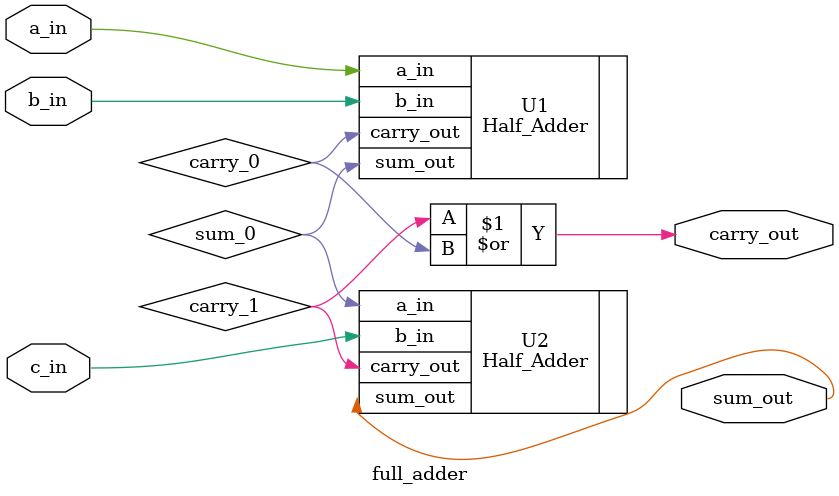
<source format=v>
`timescale 1ns / 1ps


module full_adder(
    input a_in,
    input b_in,
    input c_in,
    output sum_out,
    output carry_out);
    
    wire sum_0;
    wire carrry_0;
    wire carry_1;
    
Half_Adder U1 (
    .a_in(a_in),
    .b_in(b_in),
    .sum_out(sum_0),
    .carry_out(carry_0)
);

Half_Adder U2 (
    .a_in(sum_0),
    .b_in(c_in),
    .sum_out(sum_out),
    .carry_out(carry_1)
);

assign carry_out = carry_1 | carry_0;


endmodule

</source>
